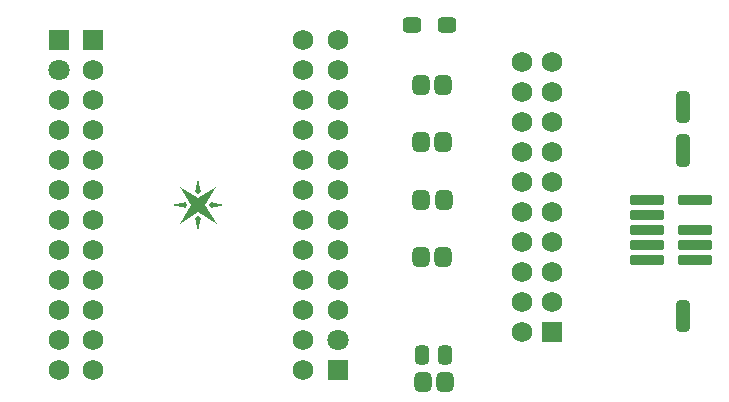
<source format=gts>
G04*
G04 #@! TF.GenerationSoftware,Altium Limited,Altium Designer,20.1.8 (145)*
G04*
G04 Layer_Color=8388736*
%FSAX25Y25*%
%MOIN*%
G70*
G04*
G04 #@! TF.SameCoordinates,26FBE6AE-7016-430B-9DB3-2072F7DBF2B3*
G04*
G04*
G04 #@! TF.FilePolarity,Negative*
G04*
G01*
G75*
G04:AMPARAMS|DCode=17|XSize=45.67mil|YSize=63.78mil|CornerRadius=12.89mil|HoleSize=0mil|Usage=FLASHONLY|Rotation=0.000|XOffset=0mil|YOffset=0mil|HoleType=Round|Shape=RoundedRectangle|*
%AMROUNDEDRECTD17*
21,1,0.04567,0.03799,0,0,0.0*
21,1,0.01988,0.06378,0,0,0.0*
1,1,0.02579,0.00994,-0.01900*
1,1,0.02579,-0.00994,-0.01900*
1,1,0.02579,-0.00994,0.01900*
1,1,0.02579,0.00994,0.01900*
%
%ADD17ROUNDEDRECTD17*%
G04:AMPARAMS|DCode=18|XSize=64.96mil|YSize=57.09mil|CornerRadius=15.75mil|HoleSize=0mil|Usage=FLASHONLY|Rotation=90.000|XOffset=0mil|YOffset=0mil|HoleType=Round|Shape=RoundedRectangle|*
%AMROUNDEDRECTD18*
21,1,0.06496,0.02559,0,0,90.0*
21,1,0.03347,0.05709,0,0,90.0*
1,1,0.03150,0.01280,0.01673*
1,1,0.03150,0.01280,-0.01673*
1,1,0.03150,-0.01280,-0.01673*
1,1,0.03150,-0.01280,0.01673*
%
%ADD18ROUNDEDRECTD18*%
G04:AMPARAMS|DCode=19|XSize=35.04mil|YSize=115.75mil|CornerRadius=10.24mil|HoleSize=0mil|Usage=FLASHONLY|Rotation=90.000|XOffset=0mil|YOffset=0mil|HoleType=Round|Shape=RoundedRectangle|*
%AMROUNDEDRECTD19*
21,1,0.03504,0.09528,0,0,90.0*
21,1,0.01457,0.11575,0,0,90.0*
1,1,0.02047,0.04764,0.00728*
1,1,0.02047,0.04764,-0.00728*
1,1,0.02047,-0.04764,-0.00728*
1,1,0.02047,-0.04764,0.00728*
%
%ADD19ROUNDEDRECTD19*%
G04:AMPARAMS|DCode=20|XSize=37.91mil|YSize=45.91mil|CornerRadius=10.95mil|HoleSize=0mil|Usage=FLASHONLY|Rotation=270.000|XOffset=0mil|YOffset=0mil|HoleType=Round|Shape=RoundedRectangle|*
%AMROUNDEDRECTD20*
21,1,0.03791,0.02400,0,0,270.0*
21,1,0.01600,0.04591,0,0,270.0*
1,1,0.02191,-0.01200,-0.00800*
1,1,0.02191,-0.01200,0.00800*
1,1,0.02191,0.01200,0.00800*
1,1,0.02191,0.01200,-0.00800*
%
%ADD20ROUNDEDRECTD20*%
G04:AMPARAMS|DCode=21|XSize=53.15mil|YSize=62.99mil|CornerRadius=14.76mil|HoleSize=0mil|Usage=FLASHONLY|Rotation=270.000|XOffset=0mil|YOffset=0mil|HoleType=Round|Shape=RoundedRectangle|*
%AMROUNDEDRECTD21*
21,1,0.05315,0.03347,0,0,270.0*
21,1,0.02362,0.06299,0,0,270.0*
1,1,0.02953,-0.01673,-0.01181*
1,1,0.02953,-0.01673,0.01181*
1,1,0.02953,0.01673,0.01181*
1,1,0.02953,0.01673,-0.01181*
%
%ADD21ROUNDEDRECTD21*%
%ADD22C,0.00591*%
%ADD23C,0.06890*%
%ADD24C,0.07087*%
%ADD25R,0.07087X0.07087*%
%ADD26C,0.06890*%
%ADD27R,0.06890X0.06890*%
%ADD28R,0.06890X0.06890*%
G36*
X0238900Y0109000D02*
Y0105200D01*
X0234100D01*
Y0109000D01*
Y0110825D01*
X0238900D01*
Y0109000D01*
D02*
G37*
G36*
Y0094500D02*
Y0090700D01*
X0234100D01*
Y0094500D01*
Y0096325D01*
X0238900D01*
Y0094500D01*
D02*
G37*
G36*
X0076000Y0079200D02*
X0075000Y0078600D01*
X0074000Y0079200D01*
X0075000Y0083800D01*
X0076000Y0079200D01*
D02*
G37*
G36*
X0077200Y0075000D02*
X0081200Y0068700D01*
X0075000Y0072800D01*
X0068900Y0068800D01*
X0072700Y0075000D01*
X0068900Y0081000D01*
X0075000Y0077200D01*
X0081000Y0081100D01*
X0077200Y0075000D01*
D02*
G37*
G36*
X0083600D02*
X0079200Y0074100D01*
X0078600Y0075000D01*
X0079200Y0075900D01*
X0083600Y0075000D01*
D02*
G37*
G36*
X0071400D02*
X0070800Y0074100D01*
X0066200Y0075000D01*
X0070800Y0075900D01*
X0071400Y0075000D01*
D02*
G37*
G36*
X0076000Y0070600D02*
X0075000Y0066200D01*
X0074000Y0070600D01*
X0075000Y0071300D01*
X0076000Y0070600D01*
D02*
G37*
G36*
X0238900Y0039375D02*
Y0035575D01*
X0234100D01*
Y0039375D01*
Y0041200D01*
X0238900D01*
Y0039375D01*
D02*
G37*
D17*
X0149642Y0025000D02*
D03*
X0157358D02*
D03*
D18*
X0149760Y0016000D02*
D03*
X0157240D02*
D03*
X0149260Y0057500D02*
D03*
X0156740D02*
D03*
X0149260Y0115100D02*
D03*
X0156740D02*
D03*
X0156812Y0076700D02*
D03*
X0149331D02*
D03*
X0149260Y0095900D02*
D03*
X0156740D02*
D03*
D19*
X0240500Y0056500D02*
D03*
X0224500D02*
D03*
X0240500Y0061500D02*
D03*
X0224500D02*
D03*
X0240500Y0066500D02*
D03*
X0224500D02*
D03*
Y0071500D02*
D03*
X0240500Y0076500D02*
D03*
X0224500D02*
D03*
D20*
X0236500Y0041375D02*
D03*
Y0034625D02*
D03*
Y0096500D02*
D03*
Y0089750D02*
D03*
Y0111000D02*
D03*
Y0104250D02*
D03*
D21*
X0146193Y0135000D02*
D03*
X0157807D02*
D03*
D22*
X0235000Y0140000D02*
D03*
X0015000D02*
D03*
Y0015000D02*
D03*
X0235000D02*
D03*
D23*
X0121500Y0090008D02*
D03*
Y0100008D02*
D03*
Y0070008D02*
D03*
Y0080008D02*
D03*
Y0120008D02*
D03*
Y0130008D02*
D03*
Y0110008D02*
D03*
Y0050008D02*
D03*
Y0040008D02*
D03*
Y0060008D02*
D03*
X0028500Y0080000D02*
D03*
Y0060000D02*
D03*
Y0070000D02*
D03*
Y0110000D02*
D03*
Y0100000D02*
D03*
Y0020000D02*
D03*
Y0040000D02*
D03*
Y0050000D02*
D03*
Y0030000D02*
D03*
Y0090000D02*
D03*
X0193000Y0122500D02*
D03*
Y0112500D02*
D03*
Y0092500D02*
D03*
Y0082500D02*
D03*
Y0102500D02*
D03*
Y0072500D02*
D03*
Y0062500D02*
D03*
Y0042500D02*
D03*
Y0052500D02*
D03*
X0183000Y0112500D02*
D03*
Y0122500D02*
D03*
Y0092500D02*
D03*
Y0082500D02*
D03*
Y0102500D02*
D03*
Y0062500D02*
D03*
Y0072500D02*
D03*
Y0032500D02*
D03*
Y0042500D02*
D03*
Y0052500D02*
D03*
D24*
X0121500Y0030008D02*
D03*
X0028500Y0120000D02*
D03*
D25*
X0121500Y0020008D02*
D03*
X0028500Y0130000D02*
D03*
D26*
X0110000Y0120000D02*
D03*
Y0110000D02*
D03*
Y0130000D02*
D03*
Y0100000D02*
D03*
Y0070000D02*
D03*
Y0050000D02*
D03*
Y0060000D02*
D03*
Y0040000D02*
D03*
Y0020000D02*
D03*
Y0030000D02*
D03*
Y0080000D02*
D03*
Y0090000D02*
D03*
X0040000Y0110000D02*
D03*
Y0120000D02*
D03*
Y0100000D02*
D03*
Y0090000D02*
D03*
Y0080000D02*
D03*
Y0040000D02*
D03*
Y0050000D02*
D03*
Y0060000D02*
D03*
Y0070000D02*
D03*
Y0030000D02*
D03*
Y0020000D02*
D03*
D27*
Y0130000D02*
D03*
D28*
X0193000Y0032500D02*
D03*
M02*

</source>
